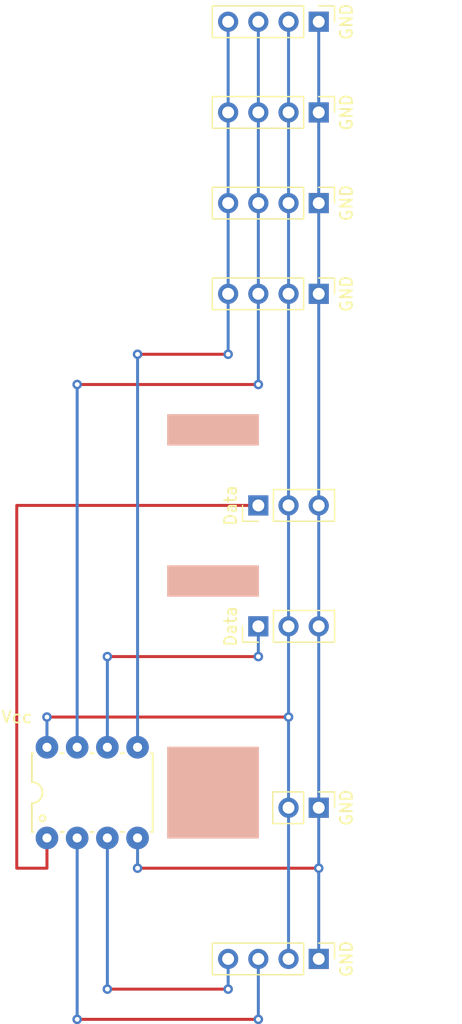
<source format=kicad_pcb>
(kicad_pcb (version 20171130) (host pcbnew 5.1.4)

  (general
    (thickness 1.6)
    (drawings 3)
    (tracks 68)
    (zones 0)
    (modules 9)
    (nets 1)
  )

  (page A4)
  (title_block
    (title "Streifen PCB Layout")
    (date 2019-10-20)
    (rev 1)
  )

  (layers
    (0 F.Cu signal)
    (31 B.Cu signal)
    (32 B.Adhes user)
    (33 F.Adhes user)
    (34 B.Paste user)
    (35 F.Paste user)
    (36 B.SilkS user)
    (37 F.SilkS user)
    (38 B.Mask user)
    (39 F.Mask user)
    (40 Dwgs.User user)
    (41 Cmts.User user)
    (42 Eco1.User user)
    (43 Eco2.User user)
    (44 Edge.Cuts user)
    (45 Margin user)
    (46 B.CrtYd user)
    (47 F.CrtYd user)
    (48 B.Fab user)
    (49 F.Fab user)
  )

  (setup
    (last_trace_width 0.25)
    (trace_clearance 0.2)
    (zone_clearance 0.508)
    (zone_45_only no)
    (trace_min 0.2)
    (via_size 0.8)
    (via_drill 0.4)
    (via_min_size 0.4)
    (via_min_drill 0.3)
    (uvia_size 0.3)
    (uvia_drill 0.1)
    (uvias_allowed no)
    (uvia_min_size 0.2)
    (uvia_min_drill 0.1)
    (edge_width 0.05)
    (segment_width 0.2)
    (pcb_text_width 0.3)
    (pcb_text_size 1.5 1.5)
    (mod_edge_width 0.12)
    (mod_text_size 1 1)
    (mod_text_width 0.15)
    (pad_size 1.7 1.7)
    (pad_drill 1)
    (pad_to_mask_clearance 0.051)
    (solder_mask_min_width 0.25)
    (aux_axis_origin 0 0)
    (visible_elements FFFFFF7F)
    (pcbplotparams
      (layerselection 0x010fc_ffffffff)
      (usegerberextensions false)
      (usegerberattributes false)
      (usegerberadvancedattributes false)
      (creategerberjobfile false)
      (excludeedgelayer true)
      (linewidth 0.100000)
      (plotframeref false)
      (viasonmask false)
      (mode 1)
      (useauxorigin false)
      (hpglpennumber 1)
      (hpglpenspeed 20)
      (hpglpendiameter 15.000000)
      (psnegative false)
      (psa4output false)
      (plotreference true)
      (plotvalue true)
      (plotinvisibletext false)
      (padsonsilk false)
      (subtractmaskfromsilk false)
      (outputformat 1)
      (mirror false)
      (drillshape 1)
      (scaleselection 1)
      (outputdirectory ""))
  )

  (net 0 "")

  (net_class Default "Dies ist die voreingestellte Netzklasse."
    (clearance 0.2)
    (trace_width 0.25)
    (via_dia 0.8)
    (via_drill 0.4)
    (uvia_dia 0.3)
    (uvia_drill 0.1)
  )

  (module Pin_Headers:Pin_Header_Straight_1x03_Pitch2.54mm (layer F.Cu) (tedit 59650532) (tstamp 5DAC8E9F)
    (at 132.08 99.06 90)
    (descr "Through hole straight pin header, 1x03, 2.54mm pitch, single row")
    (tags "Through hole pin header THT 1x03 2.54mm single row")
    (fp_text reference Data (at 0 -2.33 90) (layer F.SilkS)
      (effects (font (size 1 1) (thickness 0.15)))
    )
    (fp_text value "Servo V" (at 0 10.16 180) (layer F.Fab)
      (effects (font (size 1 1) (thickness 0.15)))
    )
    (fp_text user %R (at 0 2.54) (layer F.Fab)
      (effects (font (size 1 1) (thickness 0.15)))
    )
    (fp_line (start 1.8 -1.8) (end -1.8 -1.8) (layer F.CrtYd) (width 0.05))
    (fp_line (start 1.8 6.85) (end 1.8 -1.8) (layer F.CrtYd) (width 0.05))
    (fp_line (start -1.8 6.85) (end 1.8 6.85) (layer F.CrtYd) (width 0.05))
    (fp_line (start -1.8 -1.8) (end -1.8 6.85) (layer F.CrtYd) (width 0.05))
    (fp_line (start -1.33 -1.33) (end 0 -1.33) (layer F.SilkS) (width 0.12))
    (fp_line (start -1.33 0) (end -1.33 -1.33) (layer F.SilkS) (width 0.12))
    (fp_line (start -1.33 1.27) (end 1.33 1.27) (layer F.SilkS) (width 0.12))
    (fp_line (start 1.33 1.27) (end 1.33 6.41) (layer F.SilkS) (width 0.12))
    (fp_line (start -1.33 1.27) (end -1.33 6.41) (layer F.SilkS) (width 0.12))
    (fp_line (start -1.33 6.41) (end 1.33 6.41) (layer F.SilkS) (width 0.12))
    (fp_line (start -1.27 -0.635) (end -0.635 -1.27) (layer F.Fab) (width 0.1))
    (fp_line (start -1.27 6.35) (end -1.27 -0.635) (layer F.Fab) (width 0.1))
    (fp_line (start 1.27 6.35) (end -1.27 6.35) (layer F.Fab) (width 0.1))
    (fp_line (start 1.27 -1.27) (end 1.27 6.35) (layer F.Fab) (width 0.1))
    (fp_line (start -0.635 -1.27) (end 1.27 -1.27) (layer F.Fab) (width 0.1))
    (pad 3 thru_hole oval (at 0 5.08 90) (size 1.7 1.7) (drill 1) (layers *.Cu *.Mask))
    (pad 2 thru_hole oval (at 0 2.54 90) (size 1.7 1.7) (drill 1) (layers *.Cu *.Mask))
    (pad 1 thru_hole rect (at 0 0 90) (size 1.7 1.7) (drill 1) (layers *.Cu *.Mask))
    (model ${KISYS3DMOD}/Pin_Headers.3dshapes/Pin_Header_Straight_1x03_Pitch2.54mm.wrl
      (at (xyz 0 0 0))
      (scale (xyz 1 1 1))
      (rotate (xyz 0 0 0))
    )
  )

  (module Pin_Headers:Pin_Header_Straight_1x03_Pitch2.54mm (layer F.Cu) (tedit 59650532) (tstamp 5DAC48E3)
    (at 132.08 109.22 90)
    (descr "Through hole straight pin header, 1x03, 2.54mm pitch, single row")
    (tags "Through hole pin header THT 1x03 2.54mm single row")
    (fp_text reference Data (at 0 -2.33 90) (layer F.SilkS)
      (effects (font (size 1 1) (thickness 0.15)))
    )
    (fp_text value "Servo H" (at 0 10.16 180) (layer F.Fab)
      (effects (font (size 1 1) (thickness 0.15)))
    )
    (fp_line (start -0.635 -1.27) (end 1.27 -1.27) (layer F.Fab) (width 0.1))
    (fp_line (start 1.27 -1.27) (end 1.27 6.35) (layer F.Fab) (width 0.1))
    (fp_line (start 1.27 6.35) (end -1.27 6.35) (layer F.Fab) (width 0.1))
    (fp_line (start -1.27 6.35) (end -1.27 -0.635) (layer F.Fab) (width 0.1))
    (fp_line (start -1.27 -0.635) (end -0.635 -1.27) (layer F.Fab) (width 0.1))
    (fp_line (start -1.33 6.41) (end 1.33 6.41) (layer F.SilkS) (width 0.12))
    (fp_line (start -1.33 1.27) (end -1.33 6.41) (layer F.SilkS) (width 0.12))
    (fp_line (start 1.33 1.27) (end 1.33 6.41) (layer F.SilkS) (width 0.12))
    (fp_line (start -1.33 1.27) (end 1.33 1.27) (layer F.SilkS) (width 0.12))
    (fp_line (start -1.33 0) (end -1.33 -1.33) (layer F.SilkS) (width 0.12))
    (fp_line (start -1.33 -1.33) (end 0 -1.33) (layer F.SilkS) (width 0.12))
    (fp_line (start -1.8 -1.8) (end -1.8 6.85) (layer F.CrtYd) (width 0.05))
    (fp_line (start -1.8 6.85) (end 1.8 6.85) (layer F.CrtYd) (width 0.05))
    (fp_line (start 1.8 6.85) (end 1.8 -1.8) (layer F.CrtYd) (width 0.05))
    (fp_line (start 1.8 -1.8) (end -1.8 -1.8) (layer F.CrtYd) (width 0.05))
    (fp_text user %R (at 0 2.54) (layer F.Fab)
      (effects (font (size 1 1) (thickness 0.15)))
    )
    (pad 1 thru_hole rect (at 0 0 90) (size 1.7 1.7) (drill 1) (layers *.Cu *.Mask))
    (pad 2 thru_hole oval (at 0 2.54 90) (size 1.7 1.7) (drill 1) (layers *.Cu *.Mask))
    (pad 3 thru_hole oval (at 0 5.08 90) (size 1.7 1.7) (drill 1) (layers *.Cu *.Mask))
    (model ${KISYS3DMOD}/Pin_Headers.3dshapes/Pin_Header_Straight_1x03_Pitch2.54mm.wrl
      (at (xyz 0 0 0))
      (scale (xyz 1 1 1))
      (rotate (xyz 0 0 0))
    )
  )

  (module Socket_Strips:Socket_Strip_Straight_1x04_Pitch2.54mm (layer F.Cu) (tedit 58CD5446) (tstamp 5DAC4F1D)
    (at 137.16 58.42 270)
    (descr "Through hole straight socket strip, 1x04, 2.54mm pitch, single row")
    (tags "Through hole socket strip THT 1x04 2.54mm single row")
    (fp_text reference GND (at 0 -2.33 90) (layer F.SilkS)
      (effects (font (size 1 1) (thickness 0.15)))
    )
    (fp_text value Kompass (at 0 -7.62) (layer F.Fab)
      (effects (font (size 1 1) (thickness 0.15)))
    )
    (fp_line (start -1.27 -1.27) (end -1.27 8.89) (layer F.Fab) (width 0.1))
    (fp_line (start -1.27 8.89) (end 1.27 8.89) (layer F.Fab) (width 0.1))
    (fp_line (start 1.27 8.89) (end 1.27 -1.27) (layer F.Fab) (width 0.1))
    (fp_line (start 1.27 -1.27) (end -1.27 -1.27) (layer F.Fab) (width 0.1))
    (fp_line (start -1.33 1.27) (end -1.33 8.95) (layer F.SilkS) (width 0.12))
    (fp_line (start -1.33 8.95) (end 1.33 8.95) (layer F.SilkS) (width 0.12))
    (fp_line (start 1.33 8.95) (end 1.33 1.27) (layer F.SilkS) (width 0.12))
    (fp_line (start 1.33 1.27) (end -1.33 1.27) (layer F.SilkS) (width 0.12))
    (fp_line (start -1.33 0) (end -1.33 -1.33) (layer F.SilkS) (width 0.12))
    (fp_line (start -1.33 -1.33) (end 0 -1.33) (layer F.SilkS) (width 0.12))
    (fp_line (start -1.8 -1.8) (end -1.8 9.4) (layer F.CrtYd) (width 0.05))
    (fp_line (start -1.8 9.4) (end 1.8 9.4) (layer F.CrtYd) (width 0.05))
    (fp_line (start 1.8 9.4) (end 1.8 -1.8) (layer F.CrtYd) (width 0.05))
    (fp_line (start 1.8 -1.8) (end -1.8 -1.8) (layer F.CrtYd) (width 0.05))
    (fp_text user %R (at 0 -2.33 90) (layer F.Fab)
      (effects (font (size 1 1) (thickness 0.15)))
    )
    (pad 1 thru_hole rect (at 0 0 270) (size 1.7 1.7) (drill 1) (layers *.Cu *.Mask))
    (pad 2 thru_hole oval (at 0 2.54 270) (size 1.7 1.7) (drill 1) (layers *.Cu *.Mask))
    (pad 3 thru_hole oval (at 0 5.08 270) (size 1.7 1.7) (drill 1) (layers *.Cu *.Mask))
    (pad 4 thru_hole oval (at 0 7.62 270) (size 1.7 1.7) (drill 1) (layers *.Cu *.Mask))
    (model ${KISYS3DMOD}/Socket_Strips.3dshapes/Socket_Strip_Straight_1x04_Pitch2.54mm.wrl
      (offset (xyz 0 -3.809999942779541 0))
      (scale (xyz 1 1 1))
      (rotate (xyz 0 0 270))
    )
  )

  (module Power_Integrations:PDIP-8 (layer F.Cu) (tedit 0) (tstamp 5DAC3D2D)
    (at 118.11 123.19)
    (descr "PDIP-8 Standard 300mil 8pin Dual In Line Package")
    (tags "Power Integrations P Package")
    (fp_text reference Vcc (at -6.35 -6.35) (layer F.SilkS)
      (effects (font (size 1 1) (thickness 0.15)))
    )
    (fp_text value ATtiny85 (at 0 1.27) (layer F.Fab)
      (effects (font (size 1 1) (thickness 0.15)))
    )
    (fp_line (start -5.08 0.889) (end -5.08 3.302) (layer F.SilkS) (width 0.15))
    (fp_line (start -5.08 -0.889) (end -5.08 -3.302) (layer F.SilkS) (width 0.15))
    (fp_arc (start -5.08 0) (end -4.191 0) (angle 90) (layer F.SilkS) (width 0.15))
    (fp_arc (start -5.08 0) (end -5.08 -0.889) (angle 90) (layer F.SilkS) (width 0.15))
    (fp_circle (center -4.191 2.159) (end -3.937 2.159) (layer F.SilkS) (width 0.15))
    (fp_line (start 5.08 3.302) (end 4.953 3.302) (layer F.SilkS) (width 0.15))
    (fp_line (start 2.413 3.302) (end 2.667 3.302) (layer F.SilkS) (width 0.15))
    (fp_line (start -0.127 3.302) (end 0.127 3.302) (layer F.SilkS) (width 0.15))
    (fp_line (start -2.667 3.302) (end -2.413 3.302) (layer F.SilkS) (width 0.15))
    (fp_line (start -5.08 3.302) (end -4.953 3.302) (layer F.SilkS) (width 0.15))
    (fp_line (start -5.08 -3.302) (end -4.953 -3.302) (layer F.SilkS) (width 0.15))
    (fp_line (start 5.08 -3.302) (end 4.953 -3.302) (layer F.SilkS) (width 0.15))
    (fp_line (start 2.413 -3.302) (end 2.667 -3.302) (layer F.SilkS) (width 0.15))
    (fp_line (start -0.127 -3.302) (end 0.127 -3.302) (layer F.SilkS) (width 0.15))
    (fp_line (start -2.667 -3.302) (end -2.413 -3.302) (layer F.SilkS) (width 0.15))
    (fp_line (start 5.08 3.302) (end 5.08 -3.302) (layer F.SilkS) (width 0.15))
    (pad 1 thru_hole circle (at -3.81 3.81) (size 1.905 1.905) (drill 0.762) (layers *.Cu *.Mask))
    (pad 2 thru_hole circle (at -1.27 3.81) (size 1.905 1.905) (drill 0.762) (layers *.Cu *.Mask))
    (pad 3 thru_hole circle (at 1.27 3.81) (size 1.905 1.905) (drill 0.762) (layers *.Cu *.Mask))
    (pad 4 thru_hole circle (at 3.81 3.81) (size 1.905 1.905) (drill 0.762) (layers *.Cu *.Mask))
    (pad 5 thru_hole circle (at 3.81 -3.81) (size 1.905 1.905) (drill 0.762) (layers *.Cu *.Mask))
    (pad 6 thru_hole circle (at 1.27 -3.81) (size 1.905 1.905) (drill 0.762) (layers *.Cu *.Mask))
    (pad 7 thru_hole circle (at -1.27 -3.81) (size 1.905 1.905) (drill 0.762) (layers *.Cu *.Mask))
    (pad 8 thru_hole circle (at -3.81 -3.81) (size 1.905 1.905) (drill 0.762) (layers *.Cu *.Mask))
  )

  (module Socket_Strips:Socket_Strip_Straight_1x04_Pitch2.54mm (layer F.Cu) (tedit 58CD5446) (tstamp 5DAC456C)
    (at 137.16 66.04 270)
    (descr "Through hole straight socket strip, 1x04, 2.54mm pitch, single row")
    (tags "Through hole socket strip THT 1x04 2.54mm single row")
    (fp_text reference GND (at 0 -2.33 90) (layer F.SilkS)
      (effects (font (size 1 1) (thickness 0.15)))
    )
    (fp_text value "US Sensor" (at 0 -7.62) (layer F.Fab)
      (effects (font (size 1 1) (thickness 0.15)))
    )
    (fp_text user %R (at 0 -2.33 90) (layer F.Fab)
      (effects (font (size 1 1) (thickness 0.15)))
    )
    (fp_line (start 1.8 -1.8) (end -1.8 -1.8) (layer F.CrtYd) (width 0.05))
    (fp_line (start 1.8 9.4) (end 1.8 -1.8) (layer F.CrtYd) (width 0.05))
    (fp_line (start -1.8 9.4) (end 1.8 9.4) (layer F.CrtYd) (width 0.05))
    (fp_line (start -1.8 -1.8) (end -1.8 9.4) (layer F.CrtYd) (width 0.05))
    (fp_line (start -1.33 -1.33) (end 0 -1.33) (layer F.SilkS) (width 0.12))
    (fp_line (start -1.33 0) (end -1.33 -1.33) (layer F.SilkS) (width 0.12))
    (fp_line (start 1.33 1.27) (end -1.33 1.27) (layer F.SilkS) (width 0.12))
    (fp_line (start 1.33 8.95) (end 1.33 1.27) (layer F.SilkS) (width 0.12))
    (fp_line (start -1.33 8.95) (end 1.33 8.95) (layer F.SilkS) (width 0.12))
    (fp_line (start -1.33 1.27) (end -1.33 8.95) (layer F.SilkS) (width 0.12))
    (fp_line (start 1.27 -1.27) (end -1.27 -1.27) (layer F.Fab) (width 0.1))
    (fp_line (start 1.27 8.89) (end 1.27 -1.27) (layer F.Fab) (width 0.1))
    (fp_line (start -1.27 8.89) (end 1.27 8.89) (layer F.Fab) (width 0.1))
    (fp_line (start -1.27 -1.27) (end -1.27 8.89) (layer F.Fab) (width 0.1))
    (pad 4 thru_hole oval (at 0 7.62 270) (size 1.7 1.7) (drill 1) (layers *.Cu *.Mask))
    (pad 3 thru_hole oval (at 0 5.08 270) (size 1.7 1.7) (drill 1) (layers *.Cu *.Mask))
    (pad 2 thru_hole oval (at 0 2.54 270) (size 1.7 1.7) (drill 1) (layers *.Cu *.Mask))
    (pad 1 thru_hole rect (at 0 0 270) (size 1.7 1.7) (drill 1) (layers *.Cu *.Mask))
    (model ${KISYS3DMOD}/Socket_Strips.3dshapes/Socket_Strip_Straight_1x04_Pitch2.54mm.wrl
      (offset (xyz 0 -3.809999942779541 0))
      (scale (xyz 1 1 1))
      (rotate (xyz 0 0 270))
    )
  )

  (module Socket_Strips:Socket_Strip_Straight_1x04_Pitch2.54mm (layer F.Cu) (tedit 58CD5446) (tstamp 5DAC456C)
    (at 137.16 73.66 270)
    (descr "Through hole straight socket strip, 1x04, 2.54mm pitch, single row")
    (tags "Through hole socket strip THT 1x04 2.54mm single row")
    (fp_text reference GND (at 0 -2.33 90) (layer F.SilkS)
      (effects (font (size 1 1) (thickness 0.15)))
    )
    (fp_text value "ToF Sensor" (at 0 -7.62) (layer F.Fab)
      (effects (font (size 1 1) (thickness 0.15)))
    )
    (fp_text user %R (at 0 -2.33 90) (layer F.Fab)
      (effects (font (size 1 1) (thickness 0.15)))
    )
    (fp_line (start 1.8 -1.8) (end -1.8 -1.8) (layer F.CrtYd) (width 0.05))
    (fp_line (start 1.8 9.4) (end 1.8 -1.8) (layer F.CrtYd) (width 0.05))
    (fp_line (start -1.8 9.4) (end 1.8 9.4) (layer F.CrtYd) (width 0.05))
    (fp_line (start -1.8 -1.8) (end -1.8 9.4) (layer F.CrtYd) (width 0.05))
    (fp_line (start -1.33 -1.33) (end 0 -1.33) (layer F.SilkS) (width 0.12))
    (fp_line (start -1.33 0) (end -1.33 -1.33) (layer F.SilkS) (width 0.12))
    (fp_line (start 1.33 1.27) (end -1.33 1.27) (layer F.SilkS) (width 0.12))
    (fp_line (start 1.33 8.95) (end 1.33 1.27) (layer F.SilkS) (width 0.12))
    (fp_line (start -1.33 8.95) (end 1.33 8.95) (layer F.SilkS) (width 0.12))
    (fp_line (start -1.33 1.27) (end -1.33 8.95) (layer F.SilkS) (width 0.12))
    (fp_line (start 1.27 -1.27) (end -1.27 -1.27) (layer F.Fab) (width 0.1))
    (fp_line (start 1.27 8.89) (end 1.27 -1.27) (layer F.Fab) (width 0.1))
    (fp_line (start -1.27 8.89) (end 1.27 8.89) (layer F.Fab) (width 0.1))
    (fp_line (start -1.27 -1.27) (end -1.27 8.89) (layer F.Fab) (width 0.1))
    (pad 4 thru_hole oval (at 0 7.62 270) (size 1.7 1.7) (drill 1) (layers *.Cu *.Mask))
    (pad 3 thru_hole oval (at 0 5.08 270) (size 1.7 1.7) (drill 1) (layers *.Cu *.Mask))
    (pad 2 thru_hole oval (at 0 2.54 270) (size 1.7 1.7) (drill 1) (layers *.Cu *.Mask))
    (pad 1 thru_hole rect (at 0 0 270) (size 1.7 1.7) (drill 1) (layers *.Cu *.Mask))
    (model ${KISYS3DMOD}/Socket_Strips.3dshapes/Socket_Strip_Straight_1x04_Pitch2.54mm.wrl
      (offset (xyz 0 -3.809999942779541 0))
      (scale (xyz 1 1 1))
      (rotate (xyz 0 0 270))
    )
  )

  (module Socket_Strips:Socket_Strip_Straight_1x04_Pitch2.54mm (layer F.Cu) (tedit 5DAC3E48) (tstamp 5DAC456C)
    (at 137.16 137.16 270)
    (descr "Through hole straight socket strip, 1x04, 2.54mm pitch, single row")
    (tags "Through hole socket strip THT 1x04 2.54mm single row")
    (fp_text reference GND (at 0 -2.33 90) (layer F.SilkS)
      (effects (font (size 1 1) (thickness 0.15)))
    )
    (fp_text value I2C_Control (at 0 -7.62) (layer F.Fab)
      (effects (font (size 1 1) (thickness 0.15)))
    )
    (fp_text user %R (at 0 -2.33 90) (layer F.Fab)
      (effects (font (size 1 1) (thickness 0.15)))
    )
    (fp_line (start 1.8 -1.8) (end -1.8 -1.8) (layer F.CrtYd) (width 0.05))
    (fp_line (start 1.8 9.4) (end 1.8 -1.8) (layer F.CrtYd) (width 0.05))
    (fp_line (start -1.8 9.4) (end 1.8 9.4) (layer F.CrtYd) (width 0.05))
    (fp_line (start -1.8 -1.8) (end -1.8 9.4) (layer F.CrtYd) (width 0.05))
    (fp_line (start -1.33 -1.33) (end 0 -1.33) (layer F.SilkS) (width 0.12))
    (fp_line (start -1.33 0) (end -1.33 -1.33) (layer F.SilkS) (width 0.12))
    (fp_line (start 1.33 1.27) (end -1.33 1.27) (layer F.SilkS) (width 0.12))
    (fp_line (start 1.33 8.95) (end 1.33 1.27) (layer F.SilkS) (width 0.12))
    (fp_line (start -1.33 8.95) (end 1.33 8.95) (layer F.SilkS) (width 0.12))
    (fp_line (start -1.33 1.27) (end -1.33 8.95) (layer F.SilkS) (width 0.12))
    (fp_line (start 1.27 -1.27) (end -1.27 -1.27) (layer F.Fab) (width 0.1))
    (fp_line (start 1.27 8.89) (end 1.27 -1.27) (layer F.Fab) (width 0.1))
    (fp_line (start -1.27 8.89) (end 1.27 8.89) (layer F.Fab) (width 0.1))
    (fp_line (start -1.27 -1.27) (end -1.27 8.89) (layer F.Fab) (width 0.1))
    (pad 4 thru_hole oval (at 0 7.62 270) (size 1.7 1.7) (drill 1) (layers *.Cu *.Mask))
    (pad 3 thru_hole oval (at 0 5.08 270) (size 1.7 1.7) (drill 1) (layers *.Cu *.Mask))
    (pad 2 thru_hole oval (at 0 2.54 270) (size 1.7 1.7) (drill 1) (layers *.Cu *.Mask))
    (pad 1 thru_hole rect (at 0 0 270) (size 1.7 1.7) (drill 1) (layers *.Cu *.Mask))
    (model ${KISYS3DMOD}/Socket_Strips.3dshapes/Socket_Strip_Straight_1x04_Pitch2.54mm.wrl
      (offset (xyz 0 -3.809999942779541 0))
      (scale (xyz 1 1 1))
      (rotate (xyz 0 0 270))
    )
  )

  (module Socket_Strips:Socket_Strip_Straight_1x04_Pitch2.54mm (layer F.Cu) (tedit 58CD5446) (tstamp 5DAC43CB)
    (at 137.16 81.28 270)
    (descr "Through hole straight socket strip, 1x04, 2.54mm pitch, single row")
    (tags "Through hole socket strip THT 1x04 2.54mm single row")
    (fp_text reference GND (at 0 -2.33 90) (layer F.SilkS)
      (effects (font (size 1 1) (thickness 0.15)))
    )
    (fp_text value Display (at 0 -7.62) (layer F.Fab)
      (effects (font (size 1 1) (thickness 0.15)))
    )
    (fp_line (start -1.27 -1.27) (end -1.27 8.89) (layer F.Fab) (width 0.1))
    (fp_line (start -1.27 8.89) (end 1.27 8.89) (layer F.Fab) (width 0.1))
    (fp_line (start 1.27 8.89) (end 1.27 -1.27) (layer F.Fab) (width 0.1))
    (fp_line (start 1.27 -1.27) (end -1.27 -1.27) (layer F.Fab) (width 0.1))
    (fp_line (start -1.33 1.27) (end -1.33 8.95) (layer F.SilkS) (width 0.12))
    (fp_line (start -1.33 8.95) (end 1.33 8.95) (layer F.SilkS) (width 0.12))
    (fp_line (start 1.33 8.95) (end 1.33 1.27) (layer F.SilkS) (width 0.12))
    (fp_line (start 1.33 1.27) (end -1.33 1.27) (layer F.SilkS) (width 0.12))
    (fp_line (start -1.33 0) (end -1.33 -1.33) (layer F.SilkS) (width 0.12))
    (fp_line (start -1.33 -1.33) (end 0 -1.33) (layer F.SilkS) (width 0.12))
    (fp_line (start -1.8 -1.8) (end -1.8 9.4) (layer F.CrtYd) (width 0.05))
    (fp_line (start -1.8 9.4) (end 1.8 9.4) (layer F.CrtYd) (width 0.05))
    (fp_line (start 1.8 9.4) (end 1.8 -1.8) (layer F.CrtYd) (width 0.05))
    (fp_line (start 1.8 -1.8) (end -1.8 -1.8) (layer F.CrtYd) (width 0.05))
    (fp_text user %R (at 0 -2.33 90) (layer F.Fab)
      (effects (font (size 1 1) (thickness 0.15)))
    )
    (pad 1 thru_hole rect (at 0 0 270) (size 1.7 1.7) (drill 1) (layers *.Cu *.Mask))
    (pad 2 thru_hole oval (at 0 2.54 270) (size 1.7 1.7) (drill 1) (layers *.Cu *.Mask))
    (pad 3 thru_hole oval (at 0 5.08 270) (size 1.7 1.7) (drill 1) (layers *.Cu *.Mask))
    (pad 4 thru_hole oval (at 0 7.62 270) (size 1.7 1.7) (drill 1) (layers *.Cu *.Mask))
    (model ${KISYS3DMOD}/Socket_Strips.3dshapes/Socket_Strip_Straight_1x04_Pitch2.54mm.wrl
      (offset (xyz 0 -3.809999942779541 0))
      (scale (xyz 1 1 1))
      (rotate (xyz 0 0 270))
    )
  )

  (module Socket_Strips:Socket_Strip_Straight_1x02_Pitch2.54mm (layer F.Cu) (tedit 58CD5446) (tstamp 5DAC41FE)
    (at 137.16 124.46 270)
    (descr "Through hole straight socket strip, 1x02, 2.54mm pitch, single row")
    (tags "Through hole socket strip THT 1x02 2.54mm single row")
    (fp_text reference GND (at 0 -2.33 90) (layer F.SilkS)
      (effects (font (size 1 1) (thickness 0.15)))
    )
    (fp_text value Power (at 0 -7.62) (layer F.Fab)
      (effects (font (size 1 1) (thickness 0.15)))
    )
    (fp_line (start -1.27 -1.27) (end -1.27 3.81) (layer F.Fab) (width 0.1))
    (fp_line (start -1.27 3.81) (end 1.27 3.81) (layer F.Fab) (width 0.1))
    (fp_line (start 1.27 3.81) (end 1.27 -1.27) (layer F.Fab) (width 0.1))
    (fp_line (start 1.27 -1.27) (end -1.27 -1.27) (layer F.Fab) (width 0.1))
    (fp_line (start -1.33 1.27) (end -1.33 3.87) (layer F.SilkS) (width 0.12))
    (fp_line (start -1.33 3.87) (end 1.33 3.87) (layer F.SilkS) (width 0.12))
    (fp_line (start 1.33 3.87) (end 1.33 1.27) (layer F.SilkS) (width 0.12))
    (fp_line (start 1.33 1.27) (end -1.33 1.27) (layer F.SilkS) (width 0.12))
    (fp_line (start -1.33 0) (end -1.33 -1.33) (layer F.SilkS) (width 0.12))
    (fp_line (start -1.33 -1.33) (end 0 -1.33) (layer F.SilkS) (width 0.12))
    (fp_line (start -1.8 -1.8) (end -1.8 4.35) (layer F.CrtYd) (width 0.05))
    (fp_line (start -1.8 4.35) (end 1.8 4.35) (layer F.CrtYd) (width 0.05))
    (fp_line (start 1.8 4.35) (end 1.8 -1.8) (layer F.CrtYd) (width 0.05))
    (fp_line (start 1.8 -1.8) (end -1.8 -1.8) (layer F.CrtYd) (width 0.05))
    (fp_text user %R (at 0 -2.33 90) (layer F.Fab)
      (effects (font (size 1 1) (thickness 0.15)))
    )
    (pad 1 thru_hole rect (at 0 0 270) (size 1.7 1.7) (drill 1) (layers *.Cu *.Mask))
    (pad 2 thru_hole oval (at 0 2.54 270) (size 1.7 1.7) (drill 1) (layers *.Cu *.Mask))
    (model ${KISYS3DMOD}/Socket_Strips.3dshapes/Socket_Strip_Straight_1x02_Pitch2.54mm.wrl
      (offset (xyz 0 -1.269999980926514 0))
      (scale (xyz 1 1 1))
      (rotate (xyz 0 0 270))
    )
  )

  (gr_poly (pts (xy 124.46 91.44) (xy 132.08 91.44) (xy 132.08 93.98) (xy 124.46 93.98)) (layer B.SilkS) (width 0.1) (tstamp 5DAC8E92))
  (gr_poly (pts (xy 124.46 119.38) (xy 132.08 119.38) (xy 132.08 127) (xy 124.46 127)) (layer B.SilkS) (width 0.1))
  (gr_poly (pts (xy 124.46 104.14) (xy 132.08 104.14) (xy 132.08 106.68) (xy 124.46 106.68)) (layer B.SilkS) (width 0.1))

  (segment (start 134.62 81.28) (end 134.62 73.66) (width 0.25) (layer B.Cu) (net 0))
  (segment (start 134.62 73.66) (end 134.62 66.04) (width 0.25) (layer B.Cu) (net 0))
  (segment (start 137.16 66.04) (end 137.16 73.66) (width 0.25) (layer B.Cu) (net 0))
  (segment (start 137.16 81.28) (end 137.16 73.66) (width 0.25) (layer B.Cu) (net 0))
  (segment (start 129.54 71.12) (end 129.54 73.66) (width 0.25) (layer B.Cu) (net 0))
  (segment (start 129.54 66.04) (end 129.54 71.12) (width 0.25) (layer B.Cu) (net 0))
  (segment (start 129.54 73.66) (end 129.54 81.28) (width 0.25) (layer B.Cu) (net 0))
  (segment (start 119.38 111.76) (end 119.38 111.76) (width 0.25) (layer F.Cu) (net 0))
  (segment (start 114.3 116.84) (end 114.3 116.84) (width 0.25) (layer B.Cu) (net 0))
  (via (at 137.16 129.54) (size 0.8) (drill 0.4) (layers F.Cu B.Cu) (net 0))
  (via (at 121.92 129.54) (size 0.8) (drill 0.4) (layers F.Cu B.Cu) (net 0))
  (segment (start 121.92 127) (end 121.92 129.54) (width 0.25) (layer B.Cu) (net 0))
  (segment (start 121.92 129.54) (end 137.16 129.54) (width 0.25) (layer F.Cu) (net 0))
  (via (at 132.08 111.76) (size 0.8) (drill 0.4) (layers F.Cu B.Cu) (net 0))
  (via (at 116.84 88.9) (size 0.8) (drill 0.4) (layers F.Cu B.Cu) (net 0))
  (via (at 129.54 86.36) (size 0.8) (drill 0.4) (layers F.Cu B.Cu) (net 0))
  (via (at 121.92 86.36) (size 0.8) (drill 0.4) (layers F.Cu B.Cu) (net 0))
  (via (at 132.08 88.9) (size 0.8) (drill 0.4) (layers F.Cu B.Cu) (net 0))
  (segment (start 132.08 111.76) (end 132.08 111.76) (width 0.25) (layer B.Cu) (net 0))
  (segment (start 132.08 81.28) (end 132.08 73.66) (width 0.25) (layer B.Cu) (net 0))
  (segment (start 132.08 73.66) (end 132.08 66.04) (width 0.25) (layer B.Cu) (net 0))
  (segment (start 119.38 111.76) (end 119.38 119.38) (width 0.25) (layer B.Cu) (net 0) (tstamp 5DAC4D06))
  (via (at 119.38 111.76) (size 0.8) (drill 0.4) (layers F.Cu B.Cu) (net 0))
  (segment (start 132.08 111.76) (end 119.38 111.76) (width 0.25) (layer F.Cu) (net 0) (tstamp 5DAC4D08))
  (via (at 132.08 111.76) (size 0.8) (drill 0.4) (layers F.Cu B.Cu) (net 0))
  (segment (start 132.08 111.76) (end 132.08 109.22) (width 0.25) (layer B.Cu) (net 0))
  (segment (start 114.3 116.84) (end 114.3 119.38) (width 0.25) (layer B.Cu) (net 0) (tstamp 5DAC4F02))
  (via (at 114.3 116.84) (size 0.8) (drill 0.4) (layers F.Cu B.Cu) (net 0))
  (via (at 134.62 116.84) (size 0.8) (drill 0.4) (layers F.Cu B.Cu) (net 0))
  (segment (start 114.3 116.84) (end 134.62 116.84) (width 0.25) (layer F.Cu) (net 0))
  (segment (start 129.54 58.42) (end 129.54 66.04) (width 0.25) (layer B.Cu) (net 0))
  (segment (start 132.08 66.04) (end 132.08 58.42) (width 0.25) (layer B.Cu) (net 0))
  (segment (start 134.62 66.04) (end 134.62 58.42) (width 0.25) (layer B.Cu) (net 0))
  (segment (start 137.16 58.42) (end 137.16 66.04) (width 0.25) (layer B.Cu) (net 0))
  (segment (start 137.16 137.16) (end 137.16 129.54) (width 0.25) (layer B.Cu) (net 0))
  (segment (start 137.16 129.54) (end 137.16 124.46) (width 0.25) (layer B.Cu) (net 0))
  (segment (start 137.16 124.46) (end 137.16 109.22) (width 0.25) (layer B.Cu) (net 0))
  (segment (start 134.62 109.22) (end 134.62 116.84) (width 0.25) (layer B.Cu) (net 0))
  (segment (start 134.62 124.46) (end 134.62 116.84) (width 0.25) (layer B.Cu) (net 0))
  (segment (start 134.62 124.46) (end 134.62 137.16) (width 0.25) (layer B.Cu) (net 0))
  (segment (start 116.84 88.9) (end 132.08 88.9) (width 0.25) (layer F.Cu) (net 0))
  (segment (start 121.92 86.36) (end 129.54 86.36) (width 0.25) (layer F.Cu) (net 0))
  (segment (start 129.54 139.7) (end 129.54 139.7) (width 0.25) (layer F.Cu) (net 0))
  (segment (start 132.08 142.24) (end 132.08 142.24) (width 0.25) (layer F.Cu) (net 0))
  (segment (start 119.38 127) (end 119.38 139.7) (width 0.25) (layer B.Cu) (net 0))
  (segment (start 129.54 139.7) (end 119.38 139.7) (width 0.25) (layer F.Cu) (net 0) (tstamp 5DAC8E14))
  (via (at 129.54 139.7) (size 0.8) (drill 0.4) (layers F.Cu B.Cu) (net 0))
  (segment (start 119.38 139.7) (end 119.38 139.7) (width 0.25) (layer F.Cu) (net 0) (tstamp 5DAC8E16))
  (via (at 119.38 139.7) (size 0.8) (drill 0.4) (layers F.Cu B.Cu) (net 0))
  (segment (start 116.84 142.24) (end 116.84 142.24) (width 0.25) (layer F.Cu) (net 0) (tstamp 5DAC8E18))
  (via (at 116.84 142.24) (size 0.8) (drill 0.4) (layers F.Cu B.Cu) (net 0))
  (segment (start 132.08 142.24) (end 116.84 142.24) (width 0.25) (layer F.Cu) (net 0) (tstamp 5DAC8E1A))
  (via (at 132.08 142.24) (size 0.8) (drill 0.4) (layers F.Cu B.Cu) (net 0))
  (segment (start 129.54 139.7) (end 129.54 137.16) (width 0.25) (layer B.Cu) (net 0))
  (segment (start 132.08 142.24) (end 132.08 137.16) (width 0.25) (layer B.Cu) (net 0))
  (segment (start 116.84 142.24) (end 116.84 127) (width 0.25) (layer B.Cu) (net 0))
  (segment (start 134.62 109.22) (end 134.62 99.06) (width 0.25) (layer B.Cu) (net 0))
  (segment (start 137.16 99.06) (end 137.16 109.22) (width 0.25) (layer B.Cu) (net 0))
  (segment (start 137.16 99.06) (end 137.16 81.28) (width 0.25) (layer B.Cu) (net 0))
  (segment (start 134.62 99.06) (end 134.62 81.28) (width 0.25) (layer B.Cu) (net 0))
  (segment (start 132.08 99.06) (end 111.76 99.06) (width 0.25) (layer F.Cu) (net 0))
  (segment (start 111.76 99.06) (end 111.76 129.54) (width 0.25) (layer F.Cu) (net 0))
  (segment (start 111.76 129.54) (end 114.3 129.54) (width 0.25) (layer F.Cu) (net 0))
  (segment (start 114.3 129.54) (end 114.3 127) (width 0.25) (layer F.Cu) (net 0))
  (segment (start 129.54 81.28) (end 129.54 86.36) (width 0.25) (layer B.Cu) (net 0))
  (segment (start 132.08 88.9) (end 132.08 81.28) (width 0.25) (layer B.Cu) (net 0))
  (segment (start 121.92 86.36) (end 121.92 119.38) (width 0.25) (layer B.Cu) (net 0))
  (segment (start 116.84 119.38) (end 116.84 88.9) (width 0.25) (layer B.Cu) (net 0))

  (zone (net 0) (net_name "") (layers F&B.Cu) (tstamp 0) (hatch full 0.508)
    (connect_pads (clearance 0.508))
    (min_thickness 0.254)
    (keepout (tracks not_allowed) (vias not_allowed) (copperpour allowed))
    (fill (arc_segments 32) (thermal_gap 0.508) (thermal_bridge_width 0.508))
    (polygon
      (pts
        (xy 124.46 119.38) (xy 124.46 127) (xy 132.08 127) (xy 132.08 119.38)
      )
    )
  )
  (zone (net 0) (net_name "") (layers F&B.Cu) (tstamp 0) (hatch full 0.508)
    (connect_pads (clearance 0.508))
    (min_thickness 0.254)
    (keepout (tracks not_allowed) (vias not_allowed) (copperpour allowed))
    (fill (arc_segments 32) (thermal_gap 0.508) (thermal_bridge_width 0.508))
    (polygon
      (pts
        (xy 132.08 106.68) (xy 124.46 106.68) (xy 124.46 104.14) (xy 132.08 104.14)
      )
    )
  )
  (zone (net 0) (net_name "") (layers F&B.Cu) (tstamp 5DAC8E93) (hatch full 0.508)
    (connect_pads (clearance 0.508))
    (min_thickness 0.254)
    (keepout (tracks not_allowed) (vias not_allowed) (copperpour allowed))
    (fill (arc_segments 32) (thermal_gap 0.508) (thermal_bridge_width 0.508))
    (polygon
      (pts
        (xy 132.08 93.98) (xy 124.46 93.98) (xy 124.46 91.44) (xy 132.08 91.44)
      )
    )
  )
)

</source>
